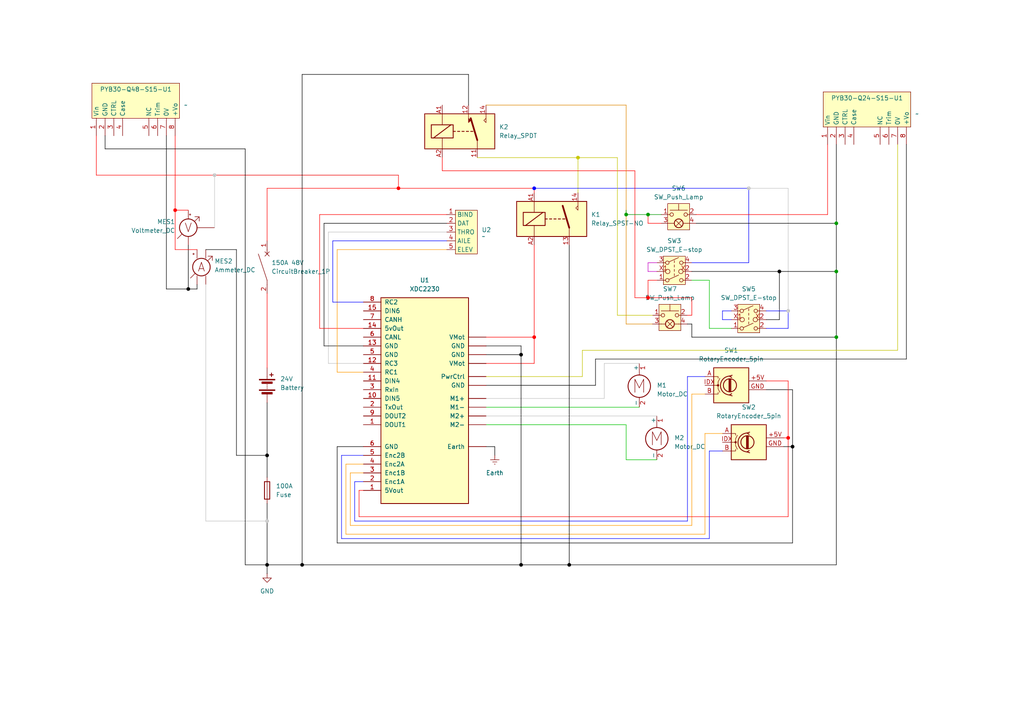
<source format=kicad_sch>
(kicad_sch (version 20231120) (generator "eeschema") (generator_version "8.0")
  (paper "A4")
  (lib_symbols
    (symbol "Device:Battery" (pin_numbers hide) (pin_names (offset 0) hide)
      (property "Reference" "BT" (at 2.54 2.54 0))
      (property "Value" "Battery" (at 2.54 0 0))
      (symbol "Battery_0_1"
        (rectangle (start -2.286 -1.27) (end 2.286 -1.524) (fill (type outline)))
        (rectangle (start -2.286 1.778) (end 2.286 1.524) (fill (type outline)))
        (rectangle (start -1.524 -2.032) (end 1.524 -2.54) (fill (type outline)))
        (rectangle (start -1.524 1.016) (end 1.524 0.508) (fill (type outline)))
        (polyline (pts (xy 0 -1.016) (xy 0 -0.762)))
        (polyline (pts (xy 0 -0.508) (xy 0 -0.254)))
        (polyline (pts (xy 0 0) (xy 0 0.254)))
        (polyline (pts (xy 0 1.778) (xy 0 2.54)))
        (polyline (pts (xy 0.762 3.048) (xy 1.778 3.048)) (stroke (width 0.254)))
        (polyline (pts (xy 1.27 3.556) (xy 1.27 2.54)) (stroke (width 0.254)))
      )
      (symbol "Battery_1_1"
        (pin passive line (at 0 5.08 270) (length 2.54) (name "+") (number "1"))
        (pin passive line (at 0 -5.08 90) (length 2.54) (name "-") (number "2"))
      )
    )
    (symbol "Device:CircuitBreaker_1P"
      (property "Reference" "CB" (at 1.905 0 0))
      (property "Value" "CircuitBreaker_1P" (at 1.905 1.905 0))
      (symbol "CircuitBreaker_1P_0_1"
        (polyline (pts (xy 0 -5.08) (xy 0 -3.81)))
        (polyline (pts (xy 0 -3.81) (xy -2.54 3.81)))
      )
      (symbol "CircuitBreaker_1P_1_1"
        (polyline (pts (xy -0.635 4.445) (xy 0.635 3.175)))
        (polyline (pts (xy 0 5.08) (xy 0 3.81)))
        (polyline (pts (xy 0.635 4.445) (xy -0.635 3.175)))
        (pin passive line (at 0 7.62 270) (length 2.54) (name "~") (number "1"))
        (pin passive line (at 0 -7.62 90) (length 2.54) (name "~") (number "2"))
      )
    )
    (symbol "Device:Fuse" (pin_numbers hide) (pin_names (offset 0))
      (property "Reference" "F" (at 2.032 0 90))
      (property "Value" "Fuse" (at -1.905 0 90))
      (symbol "Fuse_0_1"
        (rectangle (start -0.762 -2.54) (end 0.762 2.54) (stroke (width 0.254)))
        (polyline (pts (xy 0 2.54) (xy 0 -2.54)))
      )
      (symbol "Fuse_1_1"
        (pin passive line (at 0 3.81 270) (length 1.27) (name "~") (number "1"))
        (pin passive line (at 0 -3.81 90) (length 1.27) (name "~") (number "2"))
      )
    )
    (symbol "Motor:Motor_DC" (pin_names (offset 0))
      (property "Reference" "M" (at 2.54 2.54 0))
      (property "Value" "Motor_DC" (at 2.54 -5.08 0))
      (symbol "Motor_DC_0_0"
        (polyline (pts (xy -1.27 -3.302) (xy -1.27 0.508) (xy 0 -2.032) (xy 1.27 0.508) (xy 1.27 -3.302)))
      )
      (symbol "Motor_DC_0_1"
        (circle (center 0 -1.524) (radius 3.2512) (stroke (width 0.254)))
        (polyline (pts (xy 0 -7.62) (xy 0 -7.112)))
        (polyline (pts (xy 0 -4.7752) (xy 0 -5.1816)))
        (polyline (pts (xy 0 1.7272) (xy 0 2.0828)))
        (polyline (pts (xy 0 2.032) (xy 0 2.54)))
      )
      (symbol "Motor_DC_1_1"
        (pin passive line (at 0 5.08 270) (length 2.54) (name "+") (number "1"))
        (pin passive line (at 0 -7.62 90) (length 2.54) (name "-") (number "2"))
      )
    )
    (symbol "Octagon_Custom_Symbols:Ammeter_DC" (pin_numbers hide) (pin_names (offset 0.0254) hide)
      (property "Reference" "MES" (at -3.302 1.016 0))
      (property "Value" "Ammeter_DC" (at -3.302 -0.762 0))
      (symbol "Ammeter_DC_0_0"
        (polyline (pts (xy -3.175 -3.175) (xy -1.905 -1.905)))
        (polyline (pts (xy 1.905 1.905) (xy 3.175 3.175)))
        (polyline (pts (xy 1.905 3.175) (xy 3.175 3.175) (xy 3.175 1.905)))
        (text "A" (at 0 0 0) (effects (font (size 2.54 2.54))))
      )
      (symbol "Ammeter_DC_0_1"
        (polyline (pts (xy -2.54 3.81) (xy -2.032 3.81)))
        (polyline (pts (xy -2.286 4.064) (xy -2.286 3.556)))
        (circle (center 0 0) (radius 2.54) (stroke (width 0.254)))
      )
      (symbol "Ammeter_DC_1_0"
        (pin passive line (at 1.27 -5.08 90) (length 2.54) (name "") (number ""))
      )
      (symbol "Ammeter_DC_1_1"
        (pin passive line (at -1.27 -5.08 90) (length 2.54) (name "-") (number "1"))
        (pin passive line (at -1.27 5.08 270) (length 2.54) (name "+") (number "2"))
        (pin passive line (at 1.27 5.08 270) (length 2.54) (name "+") (number "2"))
      )
    )
    (symbol "Octagon_Custom_Symbols:PYB30-Q24-U_DC-DC_Converter"
      (property "Reference" "PYB30-Q24-S15-U" (at 11.684 -2.794 0))
      (symbol "PYB30-Q24-U_DC-DC_Converter_0_1"
        (rectangle (start -1.27 -1.27) (end 24.13 -11.43) (fill (type color) (color 255 255 194 1)))
      )
      (symbol "PYB30-Q24-U_DC-DC_Converter_1_0"
        (pin power_in line (at 0 -16.51 90) (length 5.08) (name "Vin") (number "1"))
        (pin power_in line (at 2.54 -16.51 90) (length 5.08) (name "GND") (number "2"))
        (pin free line (at 5.08 -16.51 90) (length 5.08) (name "CTRL") (number "3"))
        (pin free line (at 7.62 -16.51 90) (length 5.08) (name "Case") (number "4"))
        (pin free line (at 15.24 -16.51 90) (length 5.08) (name "NC") (number "5"))
        (pin free line (at 17.78 -16.51 90) (length 5.08) (name "Trim") (number "6"))
        (pin power_out line (at 20.32 -16.51 90) (length 5.08) (name "0V") (number "7"))
        (pin power_out line (at 22.86 -16.51 90) (length 5.08) (name "+Vo") (number "8"))
      )
    )
    (symbol "Octagon_Custom_Symbols:SPEKTRUM_AR400"
      (property "Reference" "U" (at 0 0 0))
      (symbol "SPEKTRUM_AR400_0_1"
        (rectangle (start -2.54 -1.27) (end 3.81 -13.97) (fill (type color) (color 255 255 194 1)))
      )
      (symbol "SPEKTRUM_AR400_1_1"
        (pin power_in line (at -5.08 -2.54 0) (length 2.54) (name "BIND") (number "1"))
        (pin power_in line (at -5.08 -5.08 0) (length 2.54) (name "DAT") (number "2"))
        (pin passive line (at -5.08 -7.62 0) (length 2.54) (name "THRO") (number "3"))
        (pin passive line (at -5.08 -10.16 0) (length 2.54) (name "AILE") (number "4"))
        (pin passive line (at -5.08 -12.7 0) (length 2.54) (name "ELEV") (number "5"))
      )
    )
    (symbol "Octagon_Custom_Symbols:SW_DPST_E-stop" (pin_names (offset 0) hide)
      (property "Reference" "SW" (at 0 6.35 0))
      (property "Value" "SW_DPST_E-stop" (at 0 -5.08 0))
      (symbol "SW_DPST_E-stop_0_0"
        (circle (center -2.032 -2.54) (radius 0.508))
        (circle (center -2.032 2.54) (radius 0.508))
        (polyline (pts (xy -1.524 -2.286) (xy 1.27 -1.016)))
        (polyline (pts (xy -1.524 2.794) (xy 1.27 4.064)))
        (polyline (pts (xy 0 -1.27) (xy 0 -0.635)))
        (polyline (pts (xy 0 0) (xy 0 0.635)))
        (polyline (pts (xy 0 1.27) (xy 0 1.905)))
        (polyline (pts (xy 0 2.54) (xy 0 3.175)))
        (circle (center 2.032 -2.54) (radius 0.508))
        (circle (center 2.032 2.54) (radius 0.508))
      )
      (symbol "SW_DPST_E-stop_1_0"
        (pin passive inverted (at -5.08 0 0) (length 3.81) (name "") (number "X1"))
        (pin passive inverted (at 5.08 0 180) (length 3.81) (name "") (number "X2"))
      )
      (symbol "SW_DPST_E-stop_1_1"
        (rectangle (start -3.175 4.445) (end 3.175 -3.81) (fill (type background)))
        (pin passive line (at -5.08 -2.54 0) (length 2.54) (name "1") (number "1"))
        (pin passive line (at 5.08 -2.54 180) (length 2.54) (name "2") (number "2"))
        (pin passive line (at -5.08 2.54 0) (length 2.54) (name "3") (number "3"))
        (pin passive line (at 5.08 2.54 180) (length 2.54) (name "4") (number "4"))
      )
    )
    (symbol "Octagon_Custom_Symbols:Voltmeter_DC" (pin_numbers hide) (pin_names (offset 0.0254) hide)
      (property "Reference" "MES" (at -3.302 1.016 0))
      (property "Value" "Voltmeter_DC" (at -3.302 -0.762 0))
      (symbol "Voltmeter_DC_0_0"
        (polyline (pts (xy -3.175 -3.175) (xy -1.905 -1.905)))
        (polyline (pts (xy 1.905 1.905) (xy 3.175 3.175)))
        (polyline (pts (xy 1.905 3.175) (xy 3.175 3.175) (xy 3.175 1.905)))
        (text "V" (at 0 0 0) (effects (font (size 2.54 2.54))))
      )
      (symbol "Voltmeter_DC_0_1"
        (polyline (pts (xy 0.254 3.81) (xy 0.762 3.81)))
        (polyline (pts (xy 0.508 4.064) (xy 0.508 3.556)))
        (circle (center 0 0) (radius 2.54) (stroke (width 0.254)))
      )
      (symbol "Voltmeter_DC_1_0"
        (pin power_in line (at 7.62 0 180) (length 5.08) (name "Vref") (number ""))
      )
      (symbol "Voltmeter_DC_1_1"
        (pin passive line (at 0 -5.08 90) (length 2.54) (name "-") (number "1"))
        (pin passive line (at 0 5.08 270) (length 2.54) (name "+") (number "2"))
      )
    )
    (symbol "PYB30-U DC-DC converter:PYB30-U_DC-DC_Converter"
      (property "Reference" "PYB30-Q48-S15-U" (at 11.684 -2.794 0))
      (symbol "PYB30-U_DC-DC_Converter_0_1"
        (rectangle (start -1.27 -1.27) (end 24.13 -11.43) (fill (type color) (color 255 255 194 1)))
      )
      (symbol "PYB30-U_DC-DC_Converter_1_0"
        (pin power_in line (at 0 -16.51 90) (length 5.08) (name "Vin") (number "1"))
        (pin power_in line (at 2.54 -16.51 90) (length 5.08) (name "GND") (number "2"))
        (pin free line (at 5.08 -16.51 90) (length 5.08) (name "CTRL") (number "3"))
        (pin free line (at 7.62 -16.51 90) (length 5.08) (name "Case") (number "4"))
        (pin free line (at 15.24 -16.51 90) (length 5.08) (name "NC") (number "5"))
        (pin free line (at 17.78 -16.51 90) (length 5.08) (name "Trim") (number "6"))
        (pin power_out line (at 20.32 -16.51 90) (length 5.08) (name "0V") (number "7"))
        (pin power_out line (at 22.86 -16.51 90) (length 5.08) (name "+Vo") (number "8"))
      )
    )
    (symbol "Relay:Relay_SPDT"
      (property "Reference" "K" (at 11.43 3.81 0))
      (property "Value" "Relay_SPDT" (at 11.43 1.27 0))
      (symbol "Relay_SPDT_0_0"
        (polyline (pts (xy 7.62 5.08) (xy 7.62 2.54) (xy 6.985 3.175) (xy 7.62 3.81)))
      )
      (symbol "Relay_SPDT_0_1"
        (rectangle (start -10.16 5.08) (end 10.16 -5.08) (stroke (width 0.254)) (fill (type background)))
        (rectangle (start -8.255 1.905) (end -1.905 -1.905) (stroke (width 0.254)))
        (polyline (pts (xy -7.62 -1.905) (xy -2.54 1.905)) (stroke (width 0.254)))
        (polyline (pts (xy -5.08 -5.08) (xy -5.08 -1.905)))
        (polyline (pts (xy -5.08 5.08) (xy -5.08 1.905)))
        (polyline (pts (xy -1.905 0) (xy -1.27 0)) (stroke (width 0.254)))
        (polyline (pts (xy -0.635 0) (xy 0 0)) (stroke (width 0.254)))
        (polyline (pts (xy 0.635 0) (xy 1.27 0)) (stroke (width 0.254)))
        (polyline (pts (xy 1.905 0) (xy 2.54 0)) (stroke (width 0.254)))
        (polyline (pts (xy 3.175 0) (xy 3.81 0)) (stroke (width 0.254)))
        (polyline (pts (xy 5.08 -2.54) (xy 3.175 3.81)) (stroke (width 0.508)))
        (polyline (pts (xy 5.08 -2.54) (xy 5.08 -5.08)))
        (polyline (pts (xy 2.54 5.08) (xy 2.54 2.54) (xy 3.175 3.175) (xy 2.54 3.81)) (fill (type outline)))
      )
      (symbol "Relay_SPDT_1_1"
        (pin passive line (at 5.08 -7.62 90) (length 2.54) (name "~") (number "11"))
        (pin passive line (at 2.54 7.62 270) (length 2.54) (name "~") (number "12"))
        (pin passive line (at 7.62 7.62 270) (length 2.54) (name "~") (number "14"))
        (pin passive line (at -5.08 7.62 270) (length 2.54) (name "~") (number "A1"))
        (pin passive line (at -5.08 -7.62 90) (length 2.54) (name "~") (number "A2"))
      )
    )
    (symbol "Relay:Relay_SPST-NO"
      (property "Reference" "K" (at 11.43 3.81 0))
      (property "Value" "Relay_SPST-NO" (at 11.43 1.27 0))
      (symbol "Relay_SPST-NO_0_0"
        (polyline (pts (xy 7.62 5.08) (xy 7.62 2.54) (xy 6.985 3.175) (xy 7.62 3.81)))
      )
      (symbol "Relay_SPST-NO_0_1"
        (rectangle (start -10.16 5.08) (end 10.16 -5.08) (stroke (width 0.254)) (fill (type background)))
        (rectangle (start -8.255 1.905) (end -1.905 -1.905) (stroke (width 0.254)))
        (polyline (pts (xy -7.62 -1.905) (xy -2.54 1.905)) (stroke (width 0.254)))
        (polyline (pts (xy -5.08 -5.08) (xy -5.08 -1.905)))
        (polyline (pts (xy -5.08 5.08) (xy -5.08 1.905)))
        (polyline (pts (xy -1.905 0) (xy -1.27 0)) (stroke (width 0.254)))
        (polyline (pts (xy -0.635 0) (xy 0 0)) (stroke (width 0.254)))
        (polyline (pts (xy 0.635 0) (xy 1.27 0)) (stroke (width 0.254)))
        (polyline (pts (xy 1.905 0) (xy 2.54 0)) (stroke (width 0.254)))
        (polyline (pts (xy 3.175 0) (xy 3.81 0)) (stroke (width 0.254)))
        (polyline (pts (xy 5.08 -2.54) (xy 3.175 3.81)) (stroke (width 0.508)))
        (polyline (pts (xy 5.08 -2.54) (xy 5.08 -5.08)))
      )
      (symbol "Relay_SPST-NO_1_1"
        (pin passive line (at 5.08 -7.62 90) (length 2.54) (name "~") (number "13"))
        (pin passive line (at 7.62 7.62 270) (length 2.54) (name "~") (number "14"))
        (pin passive line (at -5.08 7.62 270) (length 2.54) (name "~") (number "A1"))
        (pin passive line (at -5.08 -7.62 90) (length 2.54) (name "~") (number "A2"))
      )
    )
    (symbol "RotaryEncoder_5pin:RotaryEncoder_5pin" (pin_names (offset 0.254) hide)
      (property "Reference" "SW" (at 0 6.604 0))
      (property "Value" "RotaryEncoder_5pin" (at 0 -6.604 0))
      (symbol "RotaryEncoder_5pin_0_1"
        (rectangle (start -5.08 5.08) (end 5.08 -5.08) (stroke (width 0.254)) (fill (type background)))
        (circle (center -3.81 0) (radius 0.254) (fill (type outline)))
        (circle (center -0.381 0) (radius 1.905) (stroke (width 0.254)))
        (arc (start -0.381 2.667) (mid -3.0988 -0.0635) (end -0.381 -2.794) (stroke (width 0.254)))
        (polyline (pts (xy -0.635 -1.778) (xy -0.635 1.778)) (stroke (width 0.254)))
        (polyline (pts (xy -0.381 -1.778) (xy -0.381 1.778)) (stroke (width 0.254)))
        (polyline (pts (xy -0.127 1.778) (xy -0.127 -1.778)) (stroke (width 0.254)))
        (polyline (pts (xy -5.08 -2.54) (xy -3.81 -2.54) (xy -3.81 -2.032)))
        (polyline (pts (xy -5.08 2.54) (xy -3.81 2.54) (xy -3.81 2.032)))
        (polyline (pts (xy 0.254 -3.048) (xy -0.508 -2.794) (xy 0.127 -2.413)) (stroke (width 0.254)))
        (polyline (pts (xy 0.254 2.921) (xy -0.508 2.667) (xy 0.127 2.286)) (stroke (width 0.254)))
        (polyline (pts (xy -5.08 0) (xy -3.81 0) (xy -3.81 -1.016) (xy -3.302 -2.032)))
        (polyline (pts (xy -4.318 0) (xy -3.81 0) (xy -3.81 1.016) (xy -3.302 2.032)))
      )
      (symbol "RotaryEncoder_5pin_1_0"
        (pin power_in line (at 10.16 1.27 180) (length 5.08) (name "+5V") (number "+5V"))
        (pin power_in line (at 10.16 -1.27 180) (length 5.08) (name "GND") (number "GND"))
      )
      (symbol "RotaryEncoder_5pin_1_1"
        (pin passive line (at -7.62 2.54 0) (length 2.54) (name "CH_A") (number "A"))
        (pin passive line (at -7.62 -2.54 0) (length 2.54) (name "CH_B") (number "B"))
        (pin passive line (at -7.62 0 0) (length 2.54) (name "INDEX") (number "IDX"))
      )
    )
    (symbol "Switch:SW_Push_Lamp" (pin_names (offset 1.016) hide)
      (property "Reference" "SW" (at 0 7.62 0))
      (property "Value" "SW_Push_Lamp" (at 0 -3.81 0))
      (symbol "SW_Push_Lamp_0_1"
        (circle (center -2.032 2.54) (radius 0.508))
        (polyline (pts (xy -2.54 0) (xy -1.27 0)))
        (polyline (pts (xy -0.889 -0.889) (xy 0.889 0.889)))
        (polyline (pts (xy 0 3.81) (xy 0 5.588)))
        (polyline (pts (xy 0.889 -0.889) (xy -0.889 0.889)))
        (polyline (pts (xy 2.54 0) (xy 1.27 0)))
        (polyline (pts (xy 2.54 3.81) (xy -2.54 3.81)))
        (circle (center 0 0) (radius 1.27) (stroke (width 0.254)))
        (circle (center 2.032 2.54) (radius 0.508))
        (pin passive line (at -5.08 2.54 0) (length 2.54) (name "1") (number "1"))
        (pin passive line (at 5.08 2.54 180) (length 2.54) (name "2") (number "2"))
        (pin passive line (at -5.08 0 0) (length 2.54) (name "L") (number "3"))
        (pin passive line (at 5.08 0 180) (length 2.54) (name "L") (number "4"))
      )
      (symbol "SW_Push_Lamp_1_1"
        (rectangle (start -3.175 5.715) (end 3.175 -1.905) (fill (type background)))
      )
    )
    (symbol "XDC2230:XDC2230" (pin_names (offset 1.016))
      (property "Reference" "U" (at 3.302 18.288 0))
      (property "Value" "XDC2230" (at 3.556 15.748 0))
      (symbol "XDC2230_0_1"
        (rectangle (start -12.7 21.59) (end 12.7 -38.1) (stroke (width 0.254)) (fill (type background)))
      )
      (symbol "XDC2230_1_0"
        (pin power_in line (at 17.78 2.54 180) (length 5.08) (name "VMot") (number ""))
        (pin power_in line (at 17.78 10.16 180) (length 5.08) (name "VMot") (number ""))
        (pin output line (at -17.78 -15.24 0) (length 5.08) (name "DOUT1") (number "1"))
        (pin input line (at -17.78 -7.62 0) (length 5.08) (name "DIN5") (number "10"))
        (pin input line (at -17.78 -2.54 0) (length 5.08) (name "DIN4") (number "11"))
        (pin input line (at -17.78 2.54 0) (length 5.08) (name "RC3") (number "12"))
        (pin output line (at -17.78 7.62 0) (length 5.08) (name "GND") (number "13"))
        (pin output line (at -17.78 12.7 0) (length 5.08) (name "5vOut") (number "14"))
        (pin input line (at -17.78 17.78 0) (length 5.08) (name "DIN6") (number "15"))
        (pin input line (at -17.78 -31.75 0) (length 5.08) (name "Enc1A") (number "2"))
        (pin input line (at -17.78 -29.21 0) (length 5.08) (name "Enc1B") (number "3"))
        (pin input line (at -17.78 -5.08 0) (length 5.08) (name "RxIn") (number "3"))
        (pin input line (at -17.78 -26.67 0) (length 5.08) (name "Enc2A") (number "4"))
        (pin input line (at -17.78 0 0) (length 5.08) (name "RC1") (number "4"))
        (pin input line (at -17.78 -24.13 0) (length 5.08) (name "Enc2B") (number "5"))
        (pin output line (at -17.78 5.08 0) (length 5.08) (name "GND") (number "5"))
        (pin bidirectional line (at -17.78 10.16 0) (length 5.08) (name "CANL") (number "6"))
        (pin output line (at -17.78 -21.59 0) (length 5.08) (name "GND") (number "6"))
        (pin bidirectional line (at -17.78 15.24 0) (length 5.08) (name "CANH") (number "7"))
        (pin input line (at -17.78 20.32 0) (length 5.08) (name "RC2") (number "8"))
        (pin output line (at -17.78 -12.7 0) (length 5.08) (name "DOUT2") (number "9"))
      )
      (symbol "XDC2230_1_1"
        (pin power_in line (at 17.78 -21.59 180) (length 5.08) (name "Earth") (number ""))
        (pin power_in line (at 17.78 -3.81 180) (length 5.08) (name "GND") (number ""))
        (pin power_in line (at 17.78 5.08 180) (length 5.08) (name "GND") (number ""))
        (pin power_in line (at 17.78 7.62 180) (length 5.08) (name "GND") (number ""))
        (pin power_out line (at 17.78 -7.62 180) (length 5.08) (name "M1+") (number ""))
        (pin power_out line (at 17.78 -10.16 180) (length 5.08) (name "M1-") (number ""))
        (pin power_out line (at 17.78 -12.7 180) (length 5.08) (name "M2+") (number ""))
        (pin power_out line (at 17.78 -15.24 180) (length 5.08) (name "M2-") (number ""))
        (pin power_in line (at 17.78 -1.27 180) (length 5.08) (name "PwrCtrl") (number ""))
        (pin output line (at -17.78 -34.29 0) (length 5.08) (name "5Vout") (number "1"))
        (pin output line (at -17.78 -10.16 0) (length 5.08) (name "TxOut") (number "2"))
      )
    )
    (symbol "power:Earth" (power) (pin_numbers hide) (pin_names (offset 0) hide)
      (property "Value" "Earth" (at 0 -3.81 0))
      (symbol "Earth_0_1"
        (polyline (pts (xy -0.635 -1.905) (xy 0.635 -1.905)))
        (polyline (pts (xy -0.127 -2.54) (xy 0.127 -2.54)))
        (polyline (pts (xy 0 -1.27) (xy 0 0)))
        (polyline (pts (xy 1.27 -1.27) (xy -1.27 -1.27)))
      )
      (symbol "Earth_1_1"
        (pin power_in line (at 0 0 270) (length 0) (name "~") (number "1"))
      )
    )
    (symbol "power:GND" (power) (pin_numbers hide) (pin_names (offset 0) hide)
      (property "Value" "GND" (at 0 -3.81 0))
      (symbol "GND_0_1"
        (polyline (pts (xy 0 0) (xy 0 -1.27) (xy 1.27 -1.27) (xy 0 -2.54) (xy -1.27 -1.27) (xy 0 -1.27)))
      )
      (symbol "GND_1_1"
        (pin power_in line (at 0 0 270) (length 0) (name "~") (number "1"))
      )
    )
  )
  (junction (at 228.6 127) (color 255 0 0 1))
  (junction (at 165.1 163.83) (color 0 0 0 1))
  (junction (at 50.8 60.96) (color 255 0 0 1))
  (junction (at 151.13 163.83) (color 0 0 0 1))
  (junction (at 187.96 86.36) (color 255 0 0 1))
  (junction (at 187.96 62.23))
  (junction (at 54.61 83.82) (color 0 0 0 1))
  (junction (at 242.57 64.77))
  (junction (at 242.57 97.79))
  (junction (at 226.06 78.74) (color 0 0 0 1))
  (junction (at 181.61 62.23))
  (junction (at 151.13 102.87) (color 0 0 0 1))
  (junction (at 154.94 97.79) (color 255 0 0 1))
  (junction (at 62.23 50.8) (color 194 194 194 1))
  (junction (at 77.47 151.13) (color 194 194 194 1))
  (junction (at 87.63 163.83) (color 0 0 0 1))
  (junction (at 228.6 90.17) (color 194 194 194 1))
  (junction (at 217.17 54.61) (color 194 194 194 1))
  (junction (at 154.94 54.61) (color 0 0 255 1))
  (junction (at 77.47 132.08) (color 0 0 0 1))
  (junction (at 167.64 45.72) (color 194 194 0 1))
  (junction (at 77.47 163.83) (color 0 0 0 1))
  (junction (at 229.87 129.54) (color 0 0 0 1))
  (junction (at 115.57 54.61) (color 255 0 0 1))
  (junction (at 242.57 78.74))
  (wire (pts (xy 77.47 85.09) (xy 77.47 106.68)) (stroke (width 0) (color 255 0 0 1)))
  (wire (pts (xy 105.41 134.62) (xy 100.33 134.62)) (stroke (width 0) (color 255 153 0 1)))
  (wire (pts (xy 95.25 67.31) (xy 129.54 67.31)) (stroke (width 0) (color 194 194 194 1)))
  (wire (pts (xy 30.48 43.18) (xy 30.48 39.37)) (stroke (width 0) (color 0 0 0 1)))
  (wire (pts (xy 97.79 72.39) (xy 129.54 72.39)) (stroke (width 0) (color 255 153 0 1)))
  (wire (pts (xy 204.47 125.73) (xy 209.55 125.73)) (stroke (width 0) (color 255 153 0 1)))
  (wire (pts (xy 87.63 163.83) (xy 151.13 163.83)) (stroke (width 0) (color 0 0 0 1)))
  (wire (pts (xy 105.41 107.95) (xy 97.79 107.95)) (stroke (width 0) (color 255 153 0 1)))
  (wire (pts (xy 200.66 114.3) (xy 204.47 114.3)) (stroke (width 0) (color 255 153 0 1)))
  (wire (pts (xy 190.5 81.28) (xy 187.96 81.28)) (stroke (width 0) (color 255 0 0 1)))
  (wire (pts (xy 77.47 132.08) (xy 77.47 138.43)) (stroke (width 0) (color 0 0 0 1)))
  (wire (pts (xy 190.5 76.2) (xy 187.96 76.2)) (stroke (width 0) (color 194 0 194 1)))
  (wire (pts (xy 175.26 105.41) (xy 175.26 115.57)) (stroke (width 0) (color 194 194 194 1)))
  (wire (pts (xy 181.61 62.23) (xy 181.61 93.98)) (stroke (width 0) (color 221 133 0 1)))
  (wire (pts (xy 96.52 87.63) (xy 96.52 69.85)) (stroke (width 0) (color 0 0 255 1)))
  (wire (pts (xy 105.41 129.54) (xy 97.79 129.54)) (stroke (width 0) (color 0 0 0 1)))
  (wire (pts (xy 205.74 95.25) (xy 212.09 95.25)) (stroke (width 0) (color 0 194 0 1)))
  (wire (pts (xy 212.09 90.17) (xy 209.55 90.17)) (stroke (width 0) (color 0 0 255 1)))
  (wire (pts (xy 217.17 54.61) (xy 228.6 54.61)) (stroke (width 0) (color 194 194 194 1)))
  (wire (pts (xy 228.6 127) (xy 228.6 110.49)) (stroke (width 0) (color 255 0 0 1)))
  (wire (pts (xy 59.69 82.55) (xy 59.69 151.13)) (stroke (width 0) (color 194 194 194 1)))
  (wire (pts (xy 242.57 97.79) (xy 242.57 163.83)) (stroke (width 0) (color 0 0 0 1)))
  (wire (pts (xy 93.98 64.77) (xy 129.54 64.77)) (stroke (width 0) (color 0 0 0 1)))
  (wire (pts (xy 101.6 137.16) (xy 101.6 152.4)) (stroke (width 0) (color 255 153 0 1)))
  (wire (pts (xy 260.35 41.91) (xy 260.35 101.6)) (stroke (width 0) (color 194 194 0 1)))
  (wire (pts (xy 229.87 129.54) (xy 229.87 113.03)) (stroke (width 0) (color 0 0 0 1)))
  (wire (pts (xy 199.39 91.44) (xy 200.66 91.44)) (stroke (width 0) (color 255 0 0 1)))
  (wire (pts (xy 102.87 151.13) (xy 199.39 151.13)) (stroke (width 0) (color 0 0 255 1)))
  (wire (pts (xy 204.47 154.94) (xy 204.47 125.73)) (stroke (width 0) (color 255 153 0 1)))
  (wire (pts (xy 104.14 149.86) (xy 228.6 149.86)) (stroke (width 0) (color 255 0 0 1)))
  (wire (pts (xy 97.79 107.95) (xy 97.79 72.39)) (stroke (width 0) (color 255 153 0 1)))
  (wire (pts (xy 71.12 163.83) (xy 77.47 163.83)) (stroke (width 0) (color 0 0 0 1)))
  (wire (pts (xy 242.57 163.83) (xy 165.1 163.83)) (stroke (width 0) (color 0 0 0 1)))
  (wire (pts (xy 201.93 64.77) (xy 242.57 64.77)) (stroke (width 0) (color 0 0 0 1)))
  (wire (pts (xy 151.13 163.83) (xy 151.13 102.87)) (stroke (width 0) (color 0 0 0 1)))
  (wire (pts (xy 105.41 105.41) (xy 95.25 105.41)) (stroke (width 0) (color 194 194 194 1)))
  (wire (pts (xy 50.8 60.96) (xy 50.8 72.39)) (stroke (width 0) (color 255 0 0 1)))
  (wire (pts (xy 200.66 81.28) (xy 205.74 81.28)) (stroke (width 0) (color 0 194 0 1)))
  (wire (pts (xy 140.97 105.41) (xy 154.94 105.41)) (stroke (width 0) (color 255 0 0 1)))
  (wire (pts (xy 105.41 137.16) (xy 101.6 137.16)) (stroke (width 0) (color 255 153 0 1)))
  (wire (pts (xy 48.26 83.82) (xy 54.61 83.82)) (stroke (width 0) (color 0 0 0 1)))
  (wire (pts (xy 200.66 76.2) (xy 217.17 76.2)) (stroke (width 0) (color 0 0 255 1)))
  (wire (pts (xy 228.6 110.49) (xy 222.25 110.49)) (stroke (width 0) (color 255 0 0 1)))
  (wire (pts (xy 209.55 92.71) (xy 212.09 92.71)) (stroke (width 0) (color 0 0 255 1)))
  (wire (pts (xy 54.61 71.12) (xy 54.61 83.82)) (stroke (width 0) (color 0 0 0 1)))
  (wire (pts (xy 154.94 97.79) (xy 154.94 105.41)) (stroke (width 0) (color 255 0 0 1)))
  (wire (pts (xy 62.23 66.04) (xy 62.23 50.8)) (stroke (width 0) (color 194 194 194 1)))
  (wire (pts (xy 92.71 95.25) (xy 92.71 62.23)) (stroke (width 0) (color 255 0 0 1)))
  (wire (pts (xy 71.12 43.18) (xy 30.48 43.18)) (stroke (width 0) (color 0 0 0 1)))
  (wire (pts (xy 222.25 90.17) (xy 228.6 90.17)) (stroke (width 0) (color 0 0 255 1)))
  (wire (pts (xy 227.33 127) (xy 228.6 127)) (stroke (width 0) (color 255 0 0 1)))
  (wire (pts (xy 181.61 30.48) (xy 181.61 62.23)) (stroke (width 0) (color 221 133 0 1)))
  (wire (pts (xy 184.15 49.53) (xy 184.15 86.36)) (stroke (width 0) (color 255 0 0 1)))
  (wire (pts (xy 99.06 156.21) (xy 205.74 156.21)) (stroke (width 0) (color 0 0 255 1)))
  (wire (pts (xy 165.1 71.12) (xy 165.1 163.83)) (stroke (width 0) (color 0 0 0 1)))
  (wire (pts (xy 154.94 54.61) (xy 154.94 55.88)) (stroke (width 0) (color 255 0 0 1)))
  (wire (pts (xy 189.23 91.44) (xy 179.07 91.44)) (stroke (width 0) (color 194 194 0 1)))
  (wire (pts (xy 105.41 139.7) (xy 102.87 139.7)) (stroke (width 0) (color 0 0 255 1)))
  (wire (pts (xy 200.66 78.74) (xy 226.06 78.74)) (stroke (width 0) (color 0 0 0 1)))
  (wire (pts (xy 168.91 101.6) (xy 260.35 101.6)) (stroke (width 0) (color 194 194 0 1)))
  (wire (pts (xy 185.42 105.41) (xy 175.26 105.41)) (stroke (width 0) (color 194 194 194 1)))
  (wire (pts (xy 200.66 152.4) (xy 200.66 114.3)) (stroke (width 0) (color 255 153 0 1)))
  (wire (pts (xy 102.87 139.7) (xy 102.87 151.13)) (stroke (width 0) (color 0 0 255 1)))
  (wire (pts (xy 71.12 43.18) (xy 71.12 163.83)) (stroke (width 0) (color 0 0 0 1)))
  (wire (pts (xy 187.96 86.36) (xy 200.66 86.36)) (stroke (width 0) (color 255 0 0 1)))
  (wire (pts (xy 181.61 133.35) (xy 190.5 133.35)) (stroke (width 0) (color 0 194 0 1)))
  (wire (pts (xy 104.14 142.24) (xy 104.14 149.86)) (stroke (width 0) (color 255 0 0 1)))
  (wire (pts (xy 191.77 64.77) (xy 187.96 64.77)) (stroke (width 0) (color 255 0 0 1)))
  (wire (pts (xy 199.39 93.98) (xy 200.66 93.98)) (stroke (width 0) (color 0 0 0 1)))
  (wire (pts (xy 77.47 54.61) (xy 77.47 69.85)) (stroke (width 0) (color 255 0 0 1)))
  (wire (pts (xy 77.47 163.83) (xy 87.63 163.83)) (stroke (width 0) (color 0 0 0 1)))
  (wire (pts (xy 201.93 62.23) (xy 240.03 62.23)) (stroke (width 0) (color 255 0 0 1)))
  (wire (pts (xy 87.63 21.59) (xy 135.89 21.59)) (stroke (width 0) (color 0 0 0 1)))
  (wire (pts (xy 50.8 72.39) (xy 57.15 72.39)) (stroke (width 0) (color 255 0 0 1)))
  (wire (pts (xy 168.91 109.22) (xy 168.91 101.6)) (stroke (width 0) (color 194 194 0 1)))
  (wire (pts (xy 140.97 111.76) (xy 172.72 111.76)) (stroke (width 0) (color 0 0 0 1)))
  (wire (pts (xy 95.25 105.41) (xy 95.25 67.31)) (stroke (width 0) (color 194 194 194 1)))
  (wire (pts (xy 59.69 72.39) (xy 68.58 72.39)) (stroke (width 0) (color 0 0 0 1)))
  (wire (pts (xy 77.47 163.83) (xy 77.47 151.13)) (stroke (width 0) (color 0 0 0 1)))
  (wire (pts (xy 68.58 72.39) (xy 68.58 132.08)) (stroke (width 0) (color 0 0 0 1)))
  (wire (pts (xy 140.97 109.22) (xy 168.91 109.22)) (stroke (width 0) (color 194 194 0 1)))
  (wire (pts (xy 187.96 62.23) (xy 181.61 62.23)))
  (wire (pts (xy 262.89 41.91) (xy 262.89 104.14)) (stroke (width 0) (color 0 0 0 1)))
  (wire (pts (xy 242.57 64.77) (xy 242.57 78.74)) (stroke (width 0) (color 0 0 0 1)))
  (wire (pts (xy 228.6 90.17) (xy 228.6 95.25)) (stroke (width 0) (color 0 0 255 1)))
  (wire (pts (xy 184.15 49.53) (xy 128.27 49.53)) (stroke (width 0) (color 255 0 0 1)))
  (wire (pts (xy 115.57 50.8) (xy 115.57 54.61)) (stroke (width 0) (color 255 0 0 1)))
  (wire (pts (xy 105.41 87.63) (xy 96.52 87.63)) (stroke (width 0) (color 0 0 255 1)))
  (wire (pts (xy 187.96 62.23) (xy 187.96 64.77)) (stroke (width 0) (color 255 0 0 1)))
  (wire (pts (xy 228.6 95.25) (xy 222.25 95.25)) (stroke (width 0) (color 0 0 255 1)))
  (wire (pts (xy 87.63 21.59) (xy 87.63 163.83)) (stroke (width 0) (color 0 0 0 1)))
  (wire (pts (xy 205.74 81.28) (xy 205.74 95.25)) (stroke (width 0) (color 0 194 0 1)))
  (wire (pts (xy 209.55 90.17) (xy 209.55 92.71)) (stroke (width 0) (color 0 0 255 1)))
  (wire (pts (xy 57.15 83.82) (xy 57.15 82.55)) (stroke (width 0) (color 0 0 0 1)))
  (wire (pts (xy 140.97 102.87) (xy 151.13 102.87)) (stroke (width 0) (color 0 0 0 1)))
  (wire (pts (xy 187.96 76.2) (xy 187.96 78.74)) (stroke (width 0) (color 194 0 194 1)))
  (wire (pts (xy 100.33 134.62) (xy 100.33 154.94)) (stroke (width 0) (color 255 153 0 1)))
  (wire (pts (xy 222.25 113.03) (xy 229.87 113.03)) (stroke (width 0) (color 0 0 0 1)))
  (wire (pts (xy 228.6 149.86) (xy 228.6 127)) (stroke (width 0) (color 255 0 0 1)))
  (wire (pts (xy 226.06 92.71) (xy 226.06 78.74)) (stroke (width 0) (color 0 0 0 1)))
  (wire (pts (xy 77.47 163.83) (xy 77.47 166.37)) (stroke (width 0) (color 0 0 0 1)))
  (wire (pts (xy 101.6 152.4) (xy 200.66 152.4)) (stroke (width 0) (color 255 153 0 1)))
  (wire (pts (xy 140.97 30.48) (xy 181.61 30.48)) (stroke (width 0) (color 221 133 0 1)))
  (wire (pts (xy 187.96 78.74) (xy 190.5 78.74)) (stroke (width 0) (color 194 0 194 1)))
  (wire (pts (xy 154.94 71.12) (xy 154.94 97.79)) (stroke (width 0) (color 255 0 0 1)))
  (wire (pts (xy 54.61 83.82) (xy 57.15 83.82)) (stroke (width 0) (color 0 0 0 1)))
  (wire (pts (xy 105.41 132.08) (xy 99.06 132.08)) (stroke (width 0) (color 0 0 255 1)))
  (wire (pts (xy 227.33 129.54) (xy 229.87 129.54)) (stroke (width 0) (color 0 0 0 1)))
  (wire (pts (xy 151.13 102.87) (xy 151.13 100.33)) (stroke (width 0) (color 0 0 0 1)))
  (wire (pts (xy 50.8 60.96) (xy 50.8 39.37)) (stroke (width 0) (color 255 0 0 1)))
  (wire (pts (xy 187.96 81.28) (xy 187.96 86.36)) (stroke (width 0) (color 255 0 0 1)))
  (wire (pts (xy 200.66 97.79) (xy 242.57 97.79)) (stroke (width 0) (color 0 0 0 1)))
  (wire (pts (xy 242.57 41.91) (xy 242.57 64.77)) (stroke (width 0) (color 0 0 0 1)))
  (wire (pts (xy 140.97 123.19) (xy 181.61 123.19)) (stroke (width 0) (color 0 194 0 1)))
  (wire (pts (xy 222.25 92.71) (xy 226.06 92.71)) (stroke (width 0) (color 0 0 0 1)))
  (wire (pts (xy 228.6 90.17) (xy 228.6 54.61)) (stroke (width 0) (color 194 194 194 1)))
  (wire (pts (xy 105.41 100.33) (xy 93.98 100.33)) (stroke (width 0) (color 0 0 0 1)))
  (wire (pts (xy 77.47 54.61) (xy 115.57 54.61)) (stroke (width 0) (color 255 0 0 1)))
  (wire (pts (xy 167.64 45.72) (xy 179.07 45.72)) (stroke (width 0) (color 194 194 0 1)))
  (wire (pts (xy 62.23 50.8) (xy 115.57 50.8)) (stroke (width 0) (color 194 194 194 1)))
  (wire (pts (xy 200.66 86.36) (xy 200.66 91.44)) (stroke (width 0) (color 255 0 0 1)))
  (wire (pts (xy 226.06 78.74) (xy 242.57 78.74)) (stroke (width 0) (color 0 0 0 1)))
  (wire (pts (xy 96.52 69.85) (xy 129.54 69.85)) (stroke (width 0) (color 0 0 255 1)))
  (wire (pts (xy 135.89 21.59) (xy 135.89 30.48)) (stroke (width 0) (color 0 0 0 1)))
  (wire (pts (xy 199.39 151.13) (xy 199.39 109.22)) (stroke (width 0) (color 0 0 255 1)))
  (wire (pts (xy 154.94 54.61) (xy 217.17 54.61)) (stroke (width 0) (color 0 0 255 1)))
  (wire (pts (xy 172.72 104.14) (xy 262.89 104.14)) (stroke (width 0) (color 0 0 0 1)))
  (wire (pts (xy 93.98 100.33) (xy 93.98 64.77)) (stroke (width 0) (color 0 0 0 1)))
  (wire (pts (xy 179.07 45.72) (xy 179.07 91.44)) (stroke (width 0) (color 194 194 0 1)))
  (wire (pts (xy 184.15 86.36) (xy 187.96 86.36)) (stroke (width 0) (color 255 0 0 1)))
  (wire (pts (xy 27.94 50.8) (xy 62.23 50.8)) (stroke (width 0) (color 255 0 0 1)))
  (wire (pts (xy 172.72 111.76) (xy 172.72 104.14)) (stroke (width 0) (color 0 0 0 1)))
  (wire (pts (xy 199.39 109.22) (xy 204.47 109.22)) (stroke (width 0) (color 0 0 255 1)))
  (wire (pts (xy 92.71 62.23) (xy 129.54 62.23)) (stroke (width 0) (color 255 0 0 1)))
  (wire (pts (xy 68.58 132.08) (xy 77.47 132.08)) (stroke (width 0) (color 0 0 0 1)))
  (wire (pts (xy 77.47 151.13) (xy 77.47 146.05)) (stroke (width 0) (color 0 0 0 1)))
  (wire (pts (xy 189.23 93.98) (xy 181.61 93.98)) (stroke (width 0) (color 221 133 0 1)))
  (wire (pts (xy 167.64 55.88) (xy 167.64 45.72)) (stroke (width 0) (color 194 194 0 1)))
  (wire (pts (xy 97.79 129.54) (xy 97.79 157.48)) (stroke (width 0) (color 0 0 0 1)))
  (wire (pts (xy 143.51 129.54) (xy 143.51 132.08)) (stroke (width 0) (color 0 0 0 1)))
  (wire (pts (xy 100.33 154.94) (xy 204.47 154.94)) (stroke (width 0) (color 255 153 0 1)))
  (wire (pts (xy 62.23 50.8) (xy 115.57 50.8)) (stroke (width 0) (color 255 0 0 1)))
  (wire (pts (xy 99.06 132.08) (xy 99.06 156.21)) (stroke (width 0) (color 0 0 255 1)))
  (wire (pts (xy 59.69 151.13) (xy 77.47 151.13)) (stroke (width 0) (color 194 194 194 1)))
  (wire (pts (xy 217.17 76.2) (xy 217.17 54.61)) (stroke (width 0) (color 0 0 255 1)))
  (wire (pts (xy 191.77 62.23) (xy 187.96 62.23)))
  (wire (pts (xy 140.97 120.65) (xy 190.5 120.65)) (stroke (width 0) (color 194 194 194 1)))
  (wire (pts (xy 105.41 95.25) (xy 92.71 95.25)) (stroke (width 0) (color 255 0 0 1)))
  (wire (pts (xy 165.1 163.83) (xy 151.13 163.83)) (stroke (width 0) (color 0 0 0 1)))
  (wire (pts (xy 128.27 49.53) (xy 128.27 45.72)) (stroke (width 0) (color 255 0 0 1)))
  (wire (pts (xy 115.57 54.61) (xy 154.94 54.61)) (stroke (width 0) (color 255 0 0 1)))
  (wire (pts (xy 77.47 116.84) (xy 77.47 132.08)) (stroke (width 0) (color 0 0 0 1)))
  (wire (pts (xy 200.66 93.98) (xy 200.66 97.79)) (stroke (width 0) (color 0 0 0 1)))
  (wire (pts (xy 97.79 157.48) (xy 229.87 157.48)) (stroke (width 0) (color 0 0 0 1)))
  (wire (pts (xy 27.94 39.37) (xy 27.94 50.8)) (stroke (width 0) (color 255 0 0 1)))
  (wire (pts (xy 181.61 62.23) (xy 181.61 60.96)))
  (wire (pts (xy 140.97 118.11) (xy 185.42 118.11)) (stroke (width 0) (color 0 194 0 1)))
  (wire (pts (xy 167.64 45.72) (xy 138.43 45.72)) (stroke (width 0) (color 194 194 0 1)))
  (wire (pts (xy 242.57 78.74) (xy 242.57 97.79)) (stroke (width 0) (color 0 0 0 1)))
  (wire (pts (xy 48.26 39.37) (xy 48.26 83.82)) (stroke (width 0) (color 0 0 0 1)))
  (wire (pts (xy 140.97 129.54) (xy 143.51 129.54)) (stroke (width 0) (color 0 0 0 1)))
  (wire (pts (xy 54.61 60.96) (xy 50.8 60.96)) (stroke (width 0) (color 255 0 0 1)))
  (wire (pts (xy 229.87 157.48) (xy 229.87 129.54)) (stroke (width 0) (color 0 0 0 1)))
  (wire (pts (xy 205.74 130.81) (xy 209.55 130.81)) (stroke (width 0) (color 0 0 255 1)))
  (wire (pts (xy 105.41 142.24) (xy 104.14 142.24)) (stroke (width 0) (color 255 0 0 1)))
  (wire (pts (xy 175.26 115.57) (xy 140.97 115.57)) (stroke (width 0) (color 194 194 194 1)))
  (wire (pts (xy 140.97 97.79) (xy 154.94 97.79)) (stroke (width 0) (color 255 0 0 1)))
  (wire (pts (xy 181.61 123.19) (xy 181.61 133.35)) (stroke (width 0) (color 0 194 0 1)))
  (wire (pts (xy 205.74 156.21) (xy 205.74 130.81)) (stroke (width 0) (color 0 0 255 1)))
  (wire (pts (xy 151.13 100.33) (xy 140.97 100.33)) (stroke (width 0) (color 0 0 0 1)))
  (wire (pts (xy 240.03 62.23) (xy 240.03 41.91)) (stroke (width 0) (color 255 0 0 1)))
  (symbol (lib_id "Octagon_Custom_Symbols:SPEKTRUM_AR400") (at 134.62 59.69 0) (unit 1)
    (property "Reference" "U2" (at 139.7 66.6749 0) (effects (justify left)))
    (property "Value" "~" (at 139.7 68.58 0) (effects (justify left)))
  )
  (symbol (lib_id "Relay:Relay_SPDT") (at 133.35 38.1 0) (unit 1)
    (property "Reference" "K2" (at 144.78 36.8299 0) (effects (justify left)))
    (property "Value" "Relay_SPDT" (at 144.78 39.3699 0) (effects (justify left)))
    (property "Description" "Monostable Relay SPDT, EN50005" (effects (hide yes)))
  )
  (symbol (lib_id "RotaryEncoder_5pin:RotaryEncoder_5pin") (at 217.17 128.27 0) (unit 1)
    (property "Reference" "SW2" (at 217.17 118.11 0))
    (property "Value" "RotaryEncoder_5pin" (at 217.17 120.65 0))
    (property "Description" "Rotary encoder, dual channel, incremental quadrate outputs" (effects (hide yes)))
  )
  (symbol (lib_id "Octagon_Custom_Symbols:Ammeter_DC") (at 58.42 77.47 0) (unit 1)
    (property "Reference" "MES2" (at 62.23 75.7554 0) (effects (justify left)))
    (property "Value" "Ammeter_DC" (at 62.23 78.2954 0) (effects (justify left)))
    (property "Description" "DC ammeter" (effects (hide yes)))
  )
  (symbol (lib_id "power:GND") (at 77.47 166.37 0) (unit 1)
    (property "Reference" "#PWR02" (effects (hide yes)))
    (property "Value" "GND" (at 77.47 171.45 0))
    (property "Description" "Power symbol creates a global label with name \"GND\" , ground" (effects (hide yes)))
  )
  (symbol (lib_id "Motor:Motor_DC") (at 185.42 110.49 0) (unit 1)
    (property "Reference" "M1" (at 190.5 111.7599 0) (effects (justify left)))
    (property "Value" "Motor_DC" (at 190.5 114.2999 0) (effects (justify left)))
    (property "Description" "DC Motor" (effects (hide yes)))
  )
  (symbol (lib_id "Device:CircuitBreaker_1P") (at 77.47 77.47 0) (unit 1)
    (property "Reference" "150A 48V" (at 78.74 76.1999 0) (effects (justify left)))
    (property "Value" "CircuitBreaker_1P" (at 78.74 78.7399 0) (effects (justify left)))
    (property "Description" "Single pole circuit breaker" (effects (hide yes)))
  )
  (symbol (lib_id "Octagon_Custom_Symbols:Voltmeter_DC") (at 54.61 66.04 0) (unit 1)
    (property "Reference" "MES1" (at 50.8 64.3254 0) (effects (justify right)))
    (property "Value" "Voltmeter_DC" (at 50.8 66.8654 0) (effects (justify right)))
    (property "Description" "DC voltmeter" (effects (hide yes)))
  )
  (symbol (lib_id "Motor:Motor_DC") (at 190.5 125.73 0) (unit 1)
    (property "Reference" "M2" (at 195.58 126.9999 0) (effects (justify left)))
    (property "Value" "Motor_DC" (at 195.58 129.5399 0) (effects (justify left)))
    (property "Description" "DC Motor" (effects (hide yes)))
  )
  (symbol (lib_id "Switch:SW_Push_Lamp") (at 194.31 93.98 0) (unit 1)
    (property "Reference" "SW7" (at 194.31 83.82 0))
    (property "Value" "SW_Push_Lamp" (at 194.31 86.36 0))
    (property "Description" "Push button switch with Signal Lamp, generic" (effects (hide yes)))
  )
  (symbol (lib_id "XDC2230:XDC2230") (at 123.19 107.95 0) (unit 1)
    (property "Reference" "U1" (at 123.19 81.28 0))
    (property "Value" "XDC2230" (at 123.19 83.82 0))
    (property "Description" "RoboteQ XDC2230 Motor Controller" (effects (hide yes)))
  )
  (symbol (lib_id "Octagon_Custom_Symbols:SW_DPST_E-stop") (at 195.58 78.74 0) (unit 1)
    (property "Reference" "SW3" (at 195.58 69.85 0))
    (property "Value" "SW_DPST_E-stop" (at 195.58 72.39 0))
    (property "Description" "Double Pole Single Throw (DPST) Switch" (effects (hide yes)))
  )
  (symbol (lib_id "Device:Fuse") (at 77.47 142.24 0) (unit 1)
    (property "Reference" "100A" (at 80.01 140.9699 0) (effects (justify left)))
    (property "Value" "Fuse" (at 80.01 143.5099 0) (effects (justify left)))
    (property "Description" "Fuse" (effects (hide yes)))
  )
  (symbol (lib_id "RotaryEncoder_5pin:RotaryEncoder_5pin") (at 212.09 111.76 0) (unit 1)
    (property "Reference" "SW1" (at 212.09 101.6 0))
    (property "Value" "RotaryEncoder_5pin" (at 212.09 104.14 0))
    (property "Description" "Rotary encoder, dual channel, incremental quadrate outputs" (effects (hide yes)))
  )
  (symbol (lib_id "Octagon_Custom_Symbols:PYB30-Q24-U_DC-DC_Converter") (at 240.03 25.4 0) (unit 1)
    (property "Reference" "PYB30-Q24-S15-U1" (at 241.046 28.448 0) (effects (justify left)))
    (property "Value" "~" (at 265.43 33.02 0) (effects (justify left)))
  )
  (symbol (lib_id "Switch:SW_Push_Lamp") (at 196.85 64.77 0) (unit 1)
    (property "Reference" "SW6" (at 196.85 54.61 0))
    (property "Value" "SW_Push_Lamp" (at 196.85 57.15 0))
    (property "Description" "Push button switch with Signal Lamp, generic" (effects (hide yes)))
  )
  (symbol (lib_id "PYB30-U DC-DC converter:PYB30-U_DC-DC_Converter") (at 27.94 22.86 0) (unit 1)
    (property "Reference" "PYB30-Q48-S15-U1" (at 28.956 25.908 0) (effects (justify left)))
    (property "Value" "~" (at 53.34 30.48 0) (effects (justify left)))
  )
  (symbol (lib_id "Octagon_Custom_Symbols:SW_DPST_E-stop") (at 217.17 92.71 0) (unit 1)
    (property "Reference" "SW5" (at 217.17 83.82 0))
    (property "Value" "SW_DPST_E-stop" (at 217.17 86.36 0))
    (property "Description" "Double Pole Single Throw (DPST) Switch" (effects (hide yes)))
  )
  (symbol (lib_id "power:Earth") (at 143.51 132.08 0) (unit 1)
    (property "Reference" "#PWR01" (effects (hide yes)))
    (property "Value" "Earth" (at 143.51 137.16 0))
    (property "Description" "Power symbol creates a global label with name \"Earth\"" (effects (hide yes)))
  )
  (symbol (lib_id "Device:Battery") (at 77.47 111.76 0) (unit 1)
    (property "Reference" "24V" (at 81.28 109.9184 0) (effects (justify left)))
    (property "Value" "Battery" (at 81.28 112.4584 0) (effects (justify left)))
    (property "Description" "Multiple-cell battery" (effects (hide yes)))
  )
  (symbol (lib_id "Relay:Relay_SPST-NO") (at 160.02 63.5 0) (unit 1)
    (property "Reference" "K1" (at 171.45 62.2299 0) (effects (justify left)))
    (property "Value" "Relay_SPST-NO" (at 171.45 64.7699 0) (effects (justify left)))
    (property "Description" "Relay SPST, Normally Open, EN50005" (effects (hide yes)))
  )
)
</source>
